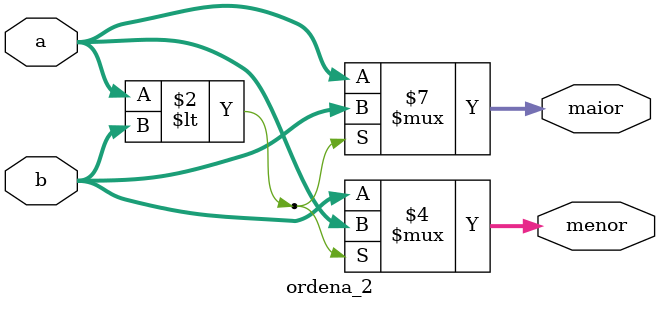
<source format=sv>
module ordener2 (
  input logic [7:0] a, b, c, d, e, f, g, h,
    output logic [7:0] s0, s1, s2, s3, s4, s5, s6, s7
);

  logic [7:0] h1, h2, h3, h4, h5, n1, n2, n3, n4;
  logic [7:0] h10, h20, h30, h40, n10, n20, n30, n40;
  logic [7:0] h100, h200, h300, h400, h500, h600, h700, h800;
  
  ordena_2 inst1(.a(a), .b(b), .maior(h1), .menor(n1));
  ordena_2 inst2(.a(c), .b(d), .maior(h2), .menor(n2));
  ordena_2 inst3(.a(e), .b(f), .maior(h3), .menor(n3));
  ordena_2 inst4(.a(g), .b(h), .maior(h4), .menor(n4));  
  // 2 maiores números
  ordena_2 inst5(.a(h1),  .b(h2),  .maior(h10),  .menor(n10));
  ordena_2 inst6(.a(h3),  .b(h4),  .maior(h20),  .menor(n20));
  ordena_2 aux01(.a(h10), .b(h20), .maior(h100), .menor(h200)); //h100 maior número e h200 é o segundo maior número
  //2 menores números
  ordena_2 inst7 (.a(n1), .b(n2), .maior(h30),   .menor(n30));
  ordena_2 inst8 (.a(n3), .b(n4), .maior(h40),   .menor(n40));
  ordena_2 aux02(.a(n30), .b(n40),.maior(h400),  .menor(h300)); //h300 menor númeor e h400 é o segundo menor
  // meio
  ordena_2 inst9 (.a(n10), .b(n20), .maior(h500), .menor(h600)); //
  ordena_2 inst10(.a(h30), .b(h40), .maior(h700), .menor(h800));
  
  assign s0 = h300;
  assign s1 = h400;	  
  assign s2 = h800;
  assign s3 = h700;
  assign s4 = h600;
  assign s5 = h500;
  assign s6 = h200;
  assign s7 = h100;

endmodule

//módulo ordena_2realiza a organização crescente entre 2 números.
module ordena_2(input logic [7:0]a,b,
                output logic [7:0]maior,menor);
  
    always@(*) begin
      if(a<b) begin
              maior=b;
      		  menor=a;
      end
              else begin
              maior=a;
      		  menor=b;
      end
   end
endmodule

</source>
